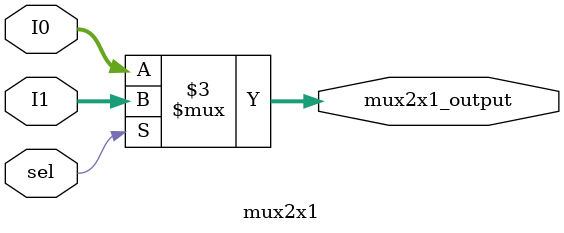
<source format=sv>
`timescale 1ns / 1ps


module mux2x1(
    input logic sel,
    input logic [27:0] I0, I1,
    output logic [27:0] mux2x1_output
    );

    always_comb
    begin 
        case (sel)
            1'b0: mux2x1_output = I0;
            default: mux2x1_output = I1;
        endcase
    end

endmodule


</source>
